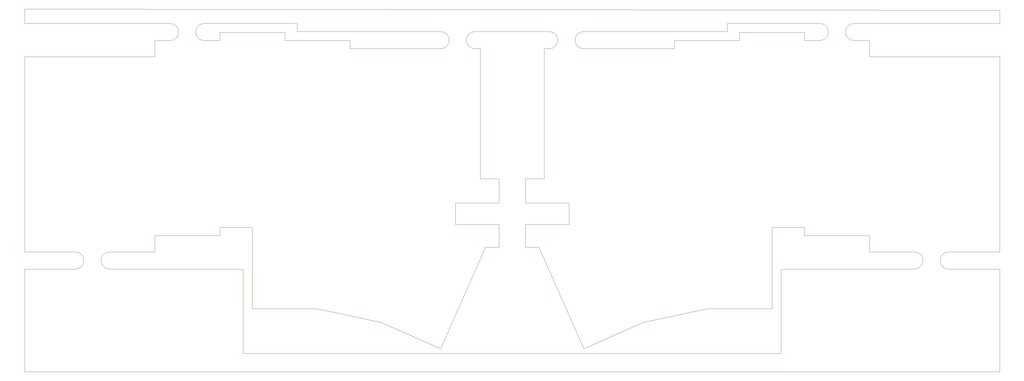
<source format=gm1>
%TF.GenerationSoftware,KiCad,Pcbnew,9.0.0*%
%TF.CreationDate,2025-03-23T14:50:22-06:00*%
%TF.ProjectId,travyboard,74726176-7962-46f6-9172-642e6b696361,rev?*%
%TF.SameCoordinates,Original*%
%TF.FileFunction,Profile,NP*%
%FSLAX46Y46*%
G04 Gerber Fmt 4.6, Leading zero omitted, Abs format (unit mm)*
G04 Created by KiCad (PCBNEW 9.0.0) date 2025-03-23 14:50:22*
%MOMM*%
%LPD*%
G01*
G04 APERTURE LIST*
%TA.AperFunction,Profile*%
%ADD10C,0.050000*%
%TD*%
G04 APERTURE END LIST*
D10*
X318691441Y-26167105D02*
X318691441Y-83317105D01*
X58120750Y-88316752D02*
X97235377Y-88316753D01*
X90389337Y-76173355D02*
X99914337Y-76173355D01*
X172099337Y-75271855D02*
X172099337Y-81927855D01*
X266066481Y-16404801D02*
G75*
G02*
X266066481Y-21404599I19J-2499899D01*
G01*
X90389337Y-78554605D02*
X90389337Y-76173355D01*
X252016441Y-76173355D02*
X252016441Y-99985855D01*
X155034915Y-111601583D02*
X168122588Y-81927855D01*
X196895863Y-111601583D02*
X183808190Y-81927855D01*
X303755579Y-83317057D02*
X318691441Y-83317105D01*
X33239337Y-26167105D02*
X71339337Y-26167105D01*
X261541441Y-21404605D02*
X261541441Y-19023355D01*
X232966441Y-99985855D02*
X214325845Y-103914045D01*
X179831441Y-68971855D02*
X192581441Y-68971855D01*
X99914337Y-99985855D02*
X118964337Y-99985855D01*
X33239337Y-88316753D02*
X33239337Y-118440465D01*
X71339337Y-26167105D02*
X71339337Y-21404605D01*
X179831441Y-61885855D02*
X179831441Y-68971855D01*
X318691441Y-118440465D02*
X33239337Y-118440465D01*
X276066481Y-21404609D02*
X280591441Y-21404605D01*
X166589337Y-23785855D02*
X166589337Y-61885855D01*
X99914337Y-76173355D02*
X99914337Y-99985855D01*
X293748489Y-83317057D02*
G75*
G02*
X293748489Y-88317543I11J-2500243D01*
G01*
X179831441Y-75271855D02*
X179831441Y-81927855D01*
X196889985Y-18786144D02*
X238919633Y-18786071D01*
X113011145Y-18786049D02*
X113011145Y-16404801D01*
X165040793Y-23785857D02*
G75*
G02*
X165040793Y-18786043I-3J2499907D01*
G01*
X185341441Y-23785855D02*
X186889985Y-23785950D01*
X242491441Y-19023355D02*
X242491441Y-21404605D01*
X48121690Y-83317105D02*
X33239337Y-83317105D01*
X159349337Y-68971855D02*
X159349337Y-75271855D01*
X166589337Y-23785855D02*
X165040793Y-23785856D01*
X155040790Y-18786049D02*
X113011145Y-18786049D01*
X252016441Y-99985855D02*
X232966441Y-99985855D01*
X71339337Y-78554605D02*
X90389337Y-78554605D01*
X261541441Y-78554605D02*
X261541441Y-76173355D01*
X75864297Y-16404801D02*
G75*
G02*
X75864297Y-21404599I3J-2499899D01*
G01*
X172099337Y-68971855D02*
X159349337Y-68971855D01*
X155040793Y-18786049D02*
G75*
G02*
X155040793Y-23785851I-3J-2499901D01*
G01*
X192581441Y-75271855D02*
X179831441Y-75271855D01*
X75864297Y-16404802D02*
X33239337Y-16404801D01*
X186889985Y-18786050D02*
X165046267Y-18786049D01*
X261541441Y-76173355D02*
X252016441Y-76173355D01*
X196889985Y-23785857D02*
G75*
G02*
X196889985Y-18786143I15J2499857D01*
G01*
X118964337Y-99985855D02*
X137604933Y-103914045D01*
X33239337Y-12177273D02*
X318691441Y-12474929D01*
X172099337Y-61885855D02*
X166589337Y-61885855D01*
X261541441Y-21404605D02*
X266066481Y-21404609D01*
X293748489Y-83316882D02*
X280591441Y-83317057D01*
X109439337Y-19023355D02*
X109439337Y-21404605D01*
X214325845Y-103914045D02*
X196895863Y-111601583D01*
X254695401Y-88316705D02*
X254695401Y-113082657D01*
X303748489Y-88317553D02*
G75*
G02*
X303748489Y-83317047I11J2500253D01*
G01*
X97235377Y-88316753D02*
X97235377Y-113082698D01*
X58120750Y-88316753D02*
G75*
G02*
X58122622Y-83317107I940J2499823D01*
G01*
X85864297Y-21404609D02*
G75*
G02*
X85864297Y-16404791I3J2499909D01*
G01*
X318691441Y-26167105D02*
X280591441Y-26167105D01*
X303748500Y-88317553D02*
X318691441Y-88316705D01*
X109439337Y-21404605D02*
X128489337Y-21404605D01*
X179831441Y-81927855D02*
X183808190Y-81927855D01*
X58122622Y-83317108D02*
X71339337Y-83317105D01*
X97235377Y-113082698D02*
X254695401Y-113082657D01*
X280591441Y-78554605D02*
X261541441Y-78554605D01*
X196890000Y-23785857D02*
X223441441Y-23785855D01*
X172099337Y-81927855D02*
X168122588Y-81927855D01*
X48122137Y-83317105D02*
G75*
G02*
X48122133Y-88316755I-447J-2499825D01*
G01*
X276059430Y-16404801D02*
X318691441Y-16404801D01*
X90389337Y-21404605D02*
X85864300Y-21404609D01*
X293748489Y-88317553D02*
X254695401Y-88316705D01*
X90389337Y-19023355D02*
X109439337Y-19023355D01*
X192581441Y-68971855D02*
X192581441Y-75271855D01*
X71339337Y-83317105D02*
X71339337Y-78554605D01*
X223441441Y-21404605D02*
X223441441Y-23785855D01*
X318691441Y-12474929D02*
X318691441Y-16404801D01*
X90389337Y-21404605D02*
X90389337Y-19023355D01*
X242491441Y-21404605D02*
X223441441Y-21404605D01*
X75864297Y-21404609D02*
X71339337Y-21404609D01*
X159349337Y-75271855D02*
X172099337Y-75271855D01*
X276066481Y-21404609D02*
G75*
G02*
X276066481Y-16404791I19J2499909D01*
G01*
X48121686Y-88316929D02*
X33239337Y-88316753D01*
X128489337Y-21404605D02*
X128489337Y-23785855D01*
X155040793Y-23785862D02*
X128489257Y-23785857D01*
X179831441Y-61885855D02*
X185341441Y-61885855D01*
X238919633Y-18786071D02*
X238919633Y-16404801D01*
X172099337Y-61885855D02*
X172099337Y-68971855D01*
X185341441Y-23785855D02*
X185341441Y-61885855D01*
X266066481Y-16404802D02*
X238919633Y-16404801D01*
X186889985Y-18786049D02*
G75*
G02*
X186889985Y-23785951I15J-2499951D01*
G01*
X280591441Y-83317105D02*
X280591441Y-78554605D01*
X33239337Y-26167105D02*
X33239337Y-83317105D01*
X85857230Y-16404801D02*
X113011145Y-16404801D01*
X280591441Y-26167105D02*
X280591441Y-21404605D01*
X137604933Y-103914045D02*
X155034915Y-111601583D01*
X33239337Y-16404801D02*
X33239337Y-12177273D01*
X261541441Y-19023355D02*
X242491441Y-19023355D01*
X318691441Y-88316705D02*
X318691441Y-118440465D01*
M02*

</source>
